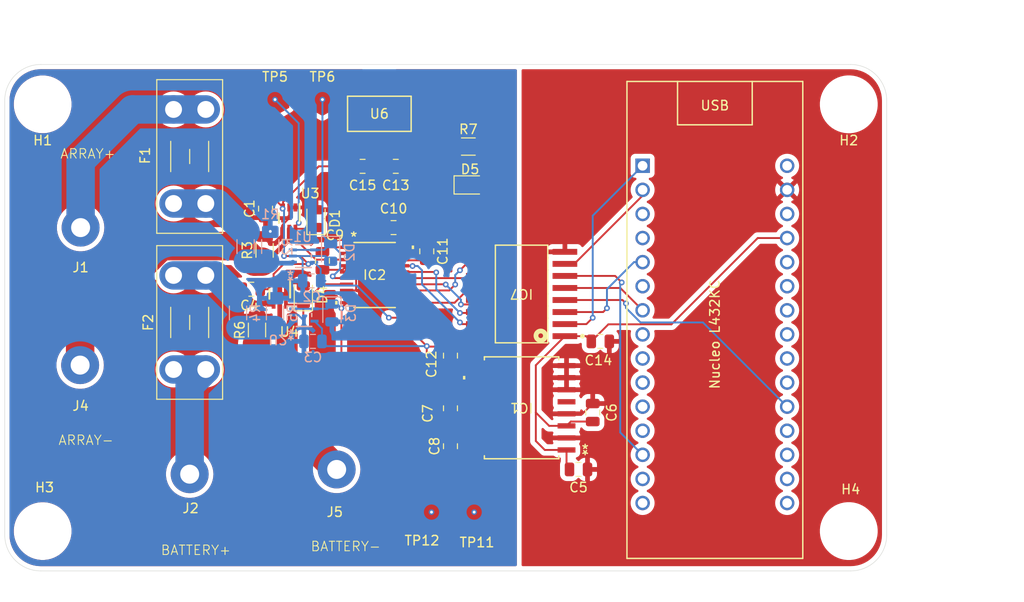
<source format=kicad_pcb>
(kicad_pcb (version 20240108) (generator "pcbnew") (generator_version "8.0")
  (layers (0 "F.Cu" signal) (31 "B.Cu" signal) (34 "B.Paste" user) (35 "F.Paste" user) (36 "B.SilkS" user "B.Silkscreen") (37 "F.SilkS" user "F.Silkscreen") (38 "B.Mask" user) (39 "F.Mask" user) (44 "Edge.Cuts" user))
  (net 0 "")
  (net 1 "GND")
  (net 2 "+5V")
  (net 3 "GND_I")
  (net 4 "+5V_I")
  (net 5 "+3.3V")
  (net 6 "Net-(IC2-CAP)")
  (net 7 "/ARRAY_CURRENT+")
  (net 8 "/ARRAY_VOLTAGE+")
  (net 9 "/BATTERY_VOLTAGE+")
  (net 10 "/BATTERY_CURRENT+")
  (net 12 "/DRDY")
  (net 13 "/MOSI")
  (net 14 "/SYNC{slash}RESET")
  (net 15 "/MISO")
  (net 16 "/SPI_CLOCK")
  (net 17 "/ADC_DRIVER_CLK")
  (net 18 "/SYNC{slash}RESET_I")
  (net 19 "/DRDY_I")
  (net 20 "/MOSI_I")
  (net 21 "/SPI_CLOCK_I")
  (net 22 "/MISO_I")
  (net 23 "/ADC_DRIVER_CLK_I")
  (net 24 "/ARR+")
  (net 25 "/BATTERY+")
  (net 26 "/ARR-")
  (net 27 "/BATTERY-")
  (net 28 "Net-(U1-IN+)")
  (net 29 "Net-(U2-IN+)")
  (net 52 "Net-(D5-A)")
  (net 53 "/ARR+_IN")
  (net 54 "/BATT+_IN")
  (footprint "UTSVT_Connectors:Banana_Jack_1_Pin_4mm" (layer "F.Cu") (at 181 95.5)
    (property "Reference" "J5")
    (property "Value" "Conn_01x01_Pin")
  )
  (footprint "Capacitor_SMD:C_0805_2012Metric" (layer "F.Cu") (at 173.5 68 90)
    (property "Reference" "C1")
    (property "Value" "100nF")
  )
  (footprint "Capacitor_SMD:C_0805_2012Metric" (layer "F.Cu") (at 179.5 73.5 -90)
    (property "Reference" "C9")
    (property "Value" "1u")
  )
  (footprint "Resistor_SMD:R_1206_3216Metric" (layer "F.Cu") (at 172.6 80.8 90)
    (property "Reference" "R6")
    (property "Value" "2m")
  )
  (footprint "LM3940:MP04A" (layer "F.Cu") (at 185.5 58)
    (property "Reference" "U6")
    (property "Value" "LM3940IMP-3.3")
  )
  (footprint "ADS131M04-Q1:TSSOP20_PW_TEX" (layer "F.Cu") (at 185 75)
    (property "Reference" "IC2")
    (property "Value" "ADS131M04QPWRQ1")
  )
  (footprint "INA210:DCK0006A_N" (layer "F.Cu") (at 176 69 -90)
    (property "Reference" "U3")
    (property "Value" "INA210AIDCKR")
  )
  (footprint "UTSVT_Mechanical:MountingHole_4-40_PanHead" (layer "F.Cu") (at 150 57)
    (property "Reference" "H1")
    (property "Value" "MountingHole" (hide yes))
  )
  (footprint "UTSVT_Connectors:Banana_Jack_1_Pin_4mm" (layer "F.Cu") (at 153.95 84.5)
    (property "Reference" "J4")
    (property "Value" "Conn_01x01_Pin")
  )
  (footprint "Fuse:Fuseholder_Blade_Mini_Keystone_3568" (layer "F.Cu") (at 163.8 84.96 90)
    (property "Reference" "F2")
    (property "Value" "Fuse")
  )
  (footprint "Fuse:Fuseholder_Blade_Mini_Keystone_3568" (layer "F.Cu") (at 167.2 57.54 -90)
    (property "Reference" "F1")
    (property "Value" "Fuse")
  )
  (footprint "UTSVT_Mechanical:MountingHole_4-40_PanHead" (layer "F.Cu") (at 150 102)
    (property "Reference" "H3")
    (property "Value" "MountingHole" (hide yes))
  )
  (footprint "UTSVT_Special:TestPoint_HEX_3mmID" (layer "F.Cu") (at 174.5 56.5)
    (property "Reference" "TP5")
    (property "Value" "ARRI_TP")
  )
  (footprint "LED_SMD:LED_0805_2012Metric" (layer "F.Cu") (at 195.0625 65.5)
    (property "Reference" "D5")
    (property "Value" "Power_LED")
  )
  (footprint "Capacitor_SMD:C_0805_2012Metric" (layer "F.Cu") (at 208 89.5 90)
    (property "Reference" "C6")
    (property "Value" "10u")
  )
  (footprint "UTSVT_Connectors:Banana_Jack_1_Pin_4mm" (layer "F.Cu") (at 154 70)
    (property "Reference" "J1")
    (property "Value" "Conn_01x01_Pin")
  )
  (footprint "Capacitor_SMD:C_0805_2012Metric" (layer "F.Cu") (at 193 83.5 -90)
    (property "Reference" "C12")
    (property "Value" "0.1u")
  )
  (footprint "Capacitor_SMD:C_0805_2012Metric" (layer "F.Cu") (at 193 93.05 90)
    (property "Reference" "C8")
    (property "Value" "0.1u")
  )
  (footprint "UTSVT_Special:TestPoint_HEX_3mmID" (layer "F.Cu") (at 195.5 100)
    (property "Reference" "TP11")
    (property "Value" "BATTV_TP")
  )
  (footprint "UCC12040DVE:SO_0DVER_TEX" (layer "F.Cu") (at 200.5 89 180)
    (property "Reference" "IC1")
    (property "Value" "UCC12040DVE")
  )
  (footprint "Capacitor_SMD:C_0805_2012Metric" (layer "F.Cu") (at 183.7345 63.5389)
    (property "Reference" "C15")
    (property "Value" "0.47u")
  )
  (footprint "Capacitor_SMD:C_0805_2012Metric" (layer "F.Cu") (at 193 89.05 -90)
    (property "Reference" "C7")
    (property "Value" "10u")
  )
  (footprint "UTSVT_Special:TestPoint_HEX_3mmID" (layer "F.Cu") (at 179.5 56.5)
    (property "Reference" "TP6")
    (property "Value" "ARRV_TP")
  )
  (footprint "Resistor_SMD:R_1206_3216Metric_Pad1.30x1.75mm_HandSolder" (layer "F.Cu") (at 194.885 61.455)
    (property "Reference" "R7")
    (property "Value" "3k")
  )
  (footprint "Capacitor_SMD:C_0805_2012Metric" (layer "F.Cu") (at 187.2345 63.5389 180)
    (property "Reference" "C13")
    (property "Value" "33u")
  )
  (footprint "Capacitor_SMD:C_0805_2012Metric" (layer "F.Cu") (at 187 70 180)
    (property "Reference" "C10")
    (property "Value" "1u")
  )
  (footprint "INA210:DCK0006A_N" (layer "F.Cu") (at 175 77 -90)
    (property "Reference" "U4")
    (property "Value" "INA210AIDCKR")
  )
  (footprint "UTSVT_Connectors:Banana_Jack_1_Pin_4mm" (layer "F.Cu") (at 165.5 96)
    (property "Reference" "J2")
    (property "Value" "Conn_01x01_Pin")
  )
  (footprint "Capacitor_SMD:C_0805_2012Metric" (layer "F.Cu") (at 206.5 95.5 180)
    (property "Reference" "C5")
    (property "Value" "0.1u")
  )
  (footprint "Diode_SMD:D_0805_2012Metric" (layer "F.Cu") (at 178.820002 69.054999 90)
    (property "Reference" "D1")
    (property "Value" "3.3V Zener")
  )
  (footprint "Capacitor_SMD:C_0805_2012Metric" (layer "F.Cu") (at 208.8 82)
    (property "Reference" "C14")
    (property "Value" "0.1u")
  )
  (footprint "UTSVT_Special:NucleoL432KC" (layer "F.Cu") (at 220.88 81.26 -90)
    (property "Reference" "U5" (hide yes))
    (property "Value" "Nucleo_L432KC")
  )
  (footprint "UTSVT_Mechanical:MountingHole_4-40_PanHead" (layer "F.Cu") (at 235 57)
    (property "Reference" "H2")
    (property "Value" "MountingHole" (hide yes))
  )
  (footprint "Capacitor_SMD:C_0805_2012Metric" (layer "F.Cu") (at 172 76.5)
    (property "Reference" "C4")
    (property "Value" "100nF")
  )
  (footprint "ISO7762:DW0016B-IPC_A" (layer "F.Cu") (at 200.5 77 180)
    (property "Reference" "IC7")
    (property "Value" "ISO7762FDWR")
  )
  (footprint "Diode_SMD:D_0805_2012Metric" (layer "F.Cu") (at 177.485004 77.082499 90)
    (property "Reference" "D4")
    (property "Value" "3.3V Zener")
  )
  (footprint "Resistor_SMD:R_1206_3216Metric" (layer "F.Cu") (at 173.4 72.4 90)
    (property "Reference" "R3")
    (property "Value" "2m")
  )
  (footprint "UTSVT_Special:TestPoint_HEX_3mmID" (layer "F.Cu") (at 191 100)
    (property "Reference" "TP12")
    (property "Value" "BATTI_TP")
  )
  (footprint "UTSVT_Mechanical:MountingHole_4-40_PanHead" (layer "F.Cu") (at 235 102)
    (property "Reference" "H4")
    (property "Value" "MountingHole" (hide yes))
  )
  (footprint "Capacitor_SMD:C_0805_2012Metric" (layer "F.Cu") (at 190.5 72.5 -90)
    (property "Reference" "C11")
    (property "Value" "220n")
  )
  (footprint "Resistor_SMD:R_1206_3216Metric_Pad1.30x1.75mm_HandSolder" (layer "B.Cu") (at 170.6 79 90)
    (property "Reference" "R4")
    (property "Value" "100k")
  )
  (footprint "OPA990:SC_90IDCKR_TEX" (layer "B.Cu") (at 177.5484 79.2149)
    (property "Reference" "U2")
    (property "Value" "OPA990IDCKR")
  )
  (footprint "Resistor_SMD:R_1206_3216Metric_Pad1.30x1.75mm_HandSolder" (layer "B.Cu") (at 171.4 72 90)
    (property "Reference" "R1")
    (property "Value" "100k")
  )
  (footprint "Capacitor_SMD:C_0805_2012Metric" (layer "B.Cu") (at 178.3641 75.6117)
    (property "Reference" "C2")
    (property "Value" "100nF")
  )
  (footprint "Capacitor_SMD:C_0805_2012Metric" (layer "B.Cu") (at 178.5 82)
    (property "Reference" "C3")
    (property "Value" "100nF")
  )
  (footprint "OPA990:SC_90IDCKR_TEX" (layer "B.Cu") (at 177.5 73)
    (property "Reference" "U1")
    (property "Value" "OPA990IDCKR")
  )
  (footprint "Diode_SMD:D_0805_2012Metric" (layer "B.Cu") (at 180.3641 72.6117 -90)
    (property "Reference" "D2")
    (property "Value" "3V3")
  )
  (footprint "Resistor_SMD:R_1206_3216Metric_Pad1.30x1.75mm_HandSolder" (layer "B.Cu") (at 174 72 90)
    (property "Reference" "R2")
    (property "Value" "3k")
  )
  (footprint "Diode_SMD:D_0805_2012Metric" (layer "B.Cu") (at 180.5 79 -90)
    (property "Reference" "D3")
    (property "Value" "3V3")
  )
  (footprint "Resistor_SMD:R_1206_3216Metric_Pad1.30x1.75mm_HandSolder" (layer "B.Cu") (at 174.5 79 90)
    (property "Reference" "R5")
    (property "Value" "2k")
  )
  (gr_line (start 146 102.4) (end 146 56.6) (stroke (width 0.05)) (layer "Edge.Cuts"))
  (gr_arc (start 149.8 106.2) (mid 147.112994 105.087006) (end 146 102.4) (stroke (width 0.05)) (layer "Edge.Cuts"))
  (gr_line (start 239 56.6) (end 239 102.4) (stroke (width 0.05)) (layer "Edge.Cuts"))
  (gr_arc (start 146 56.6) (mid 147.112994 53.912994) (end 149.8 52.8) (stroke (width 0.05)) (layer "Edge.Cuts"))
  (gr_line (start 149.8 52.8) (end 235.2 52.8) (stroke (width 0.05)) (layer "Edge.Cuts"))
  (gr_arc (start 235.2 52.8) (mid 237.887006 53.912994) (end 239 56.6) (stroke (width 0.05)) (layer "Edge.Cuts"))
  (gr_arc (start 239 102.4) (mid 237.887006 105.087006) (end 235.2 106.2) (stroke (width 0.05)) (layer "Edge.Cuts"))
  (gr_line (start 235.2 106.2) (end 149.8 106.2) (stroke (width 0.05)) (layer "Edge.Cuts"))
  (gr_text "ARRAY+\n" (at 151.8 62.8 0) (layer "F.SilkS") (effects (font (size 1 1) (thickness 0.1)) (justify left bottom)))
  (gr_text "ARRAY-\n" (at 151.6 93 0) (layer "F.SilkS") (effects (font (size 1 1) (thickness 0.1)) (justify left bottom)))
  (gr_text "BATTERY+\n" (at 162.4 104.6 0) (layer "F.SilkS") (effects (font (size 1 1) (thickness 0.1)) (justify left bottom)))
  (gr_text "BATTERY-\n" (at 178.2 104.2 0) (layer "F.SilkS") (effects (font (size 1 1) (thickness 0.1)) (justify left bottom)))
  (segment (start 174 71.675) (end 174 71.5375) (width 0.5) (layer "F.Cu") (net 1))
  (segment (start 182.04725 74.674999) (end 182.9521 74.674999) (width 0.2) (layer "F.Cu") (net 1))
  (segment (start 183.0521 74.774999) (end 183.0521 76.524998) (width 0.2) (layer "F.Cu") (net 1))
  (segment (start 182.04725 74.025001) (end 184.5 74.025001) (width 0.2) (layer "F.Cu") (net 1))
  (segment (start 182.9521 76.624998) (end 182.04725 76.624998) (width 0.2) (layer "F.Cu") (net 1))
  (segment (start 175.350001 70.125002) (end 175.350001 69.649999) (width 0.2) (layer "F.Cu") (net 1))
  (segment (start 184.5 74.025001) (end 185.820101 74.025001) (width 0.2) (layer "F.Cu") (net 1))
  (segment (start 187.120101 72.725001) (end 187.95275 72.725001) (width 0.2) (layer "F.Cu") (net 1))
  (segment (start 173.9375 70.4) (end 173.4 70.9375) (width 0.5) (layer "F.Cu") (net 1))
  (segment (start 183.0521 76.524998) (end 183.802104 77.275002) (width 0.2) (layer "F.Cu") (net 1))
  (segment (start 185.5 62.7544) (end 186.2845 63.5389) (width 0.5) (layer "F.Cu") (net 1))
  (segment (start 174 71.5375) (end 173.4 70.9375) (width 0.5) (layer "F.Cu") (net 1))
  (segment (start 175.350001 69.649999) (end 176 69) (width 0.2) (layer "F.Cu") (net 1))
  (segment (start 177.215006 75.875001) (end 177.485004 76.144999) (width 0.2) (layer "F.Cu") (net 1))
  (segment (start 193.105 84.555) (end 193 84.45) (width 0.2) (layer "F.Cu") (net 1))
  (segment (start 175 76.800001) (end 175 75.875001) (width 0.5) (layer "F.Cu") (net 1))
  (segment (start 174.25 77.550001) (end 175 76.800001) (width 0.5) (layer "F.Cu") (net 1))
  (segment (start 175.650001 75.875001) (end 177.215006 75.875001) (width 0.2) (layer "F.Cu") (net 1))
  (segment (start 175.3 70.9) (end 175.3 70.075001) (width 0.5) (layer "F.Cu") (net 1))
  (segment (start 179.5 74.45) (end 181.622251 74.45) (width 0.2) (layer "F.Cu") (net 1))
  (segment (start 182.9521 74.674999) (end 183.0521 74.774999) (width 0.2) (layer "F.Cu") (net 1))
  (segment (start 185.5 61.2004) (end 185.5 62.7234) (width 0.5) (layer "F.Cu") (net 1))
  (segment (start 183.802104 77.275002) (end 187.95275 77.275002) (width 0.2) (layer "F.Cu") (net 1))
  (segment (start 193.265 88.365) (end 193 88.1) (width 0.5) (layer "F.Cu") (net 1))
  (segment (start 195.7629 84.555) (end 193.105 84.555) (width 0.2) (layer "F.Cu") (net 1))
  (segment (start 185.5 62.7234) (end 184.6845 63.5389) (width 0.5) (layer "F.Cu") (net 1))
  (segment (start 174 71.675) (end 174.525 71.675) (width 0.5) (layer "F.Cu") (net 1))
  (segment (start 174.25 78.125002) (end 174.25 77.550001) (width 0.5) (layer "F.Cu") (net 1))
  (segment (start 185.5 62.7234) (end 185.5 62.7544) (width 0.5) (layer "F.Cu") (net 1))
  (segment (start 195.7629 88.365) (end 193.265 88.365) (width 0.5) (layer "F.Cu") (net 1))
  (segment (start 185.820101 74.025001) (end 187.120101 72.725001) (width 0.2) (layer "F.Cu") (net 1))
  (segment (start 176 69) (end 176 67.875001) (width 0.2) (layer "F.Cu") (net 1))
  (segment (start 181.622251 74.45) (end 182.04725 74.025001) (width 0.2) (layer "F.Cu") (net 1))
  (segment (start 182.04725 72.725001) (end 183.2 72.725001) (width 0.2) (layer "F.Cu") (net 1))
  (segment (start 183.2 72.725001) (end 184.5 74.025001) (width 0.2) (layer "F.Cu") (net 1))
  (segment (start 174.525 71.675) (end 175.3 70.9) (width 0.5) (layer "F.Cu") (net 1))
  (segment (start 174.350001 78.125002) (end 174.25 78.125002) (width 0.2) (layer "F.Cu") (net 1))
  (segment (start 183.0521 76.524998) (end 182.9521 76.624998) (width 0.2) (layer "F.Cu") (net 1))
  (segment (start 174 70.4) (end 173.9375 70.4) (width 0.5) (layer "F.Cu") (net 1))
  (via (at 174 70.4) (size 0.6) (drill 0.3) (layers "F.Cu" "B.Cu") (net 1))
  (segment (start 177.4141 73.4126) (end 177.4141 75.6117) (width 0.2) (layer "B.Cu") (net 1))
  (segment (start 179.8149 73) (end 176.37605 73) (width 0.2) (layer "B.Cu") (net 1))
  (segment (start 180.3641 73.5492) (end 179.8149 73) (width 0.2) (layer "B.Cu") (net 1))
  (segment (start 177.55 79.812586) (end 177.55 82) (width 0.2) (layer "B.Cu") (net 1))
  (segment (start 177.0015 73) (end 177.4141 73.4126) (width 0.2) (layer "B.Cu") (net 1))
  (segment (start 176.37605 73) (end 177.0015 73) (width 0.2) (layer "B.Cu") (net 1))
  (segment (start 174 70.45) (end 174 70.4) (width 0.5) (layer "B.Cu") (net 1))
  (segment (start 176.42445 79.2149) (end 176.952314 79.2149) (width 0.2) (layer "B.Cu") (net 1))
  (segment (start 176.952314 79.2149) (end 177.55 79.812586) (width 0.2) (layer "B.Cu") (net 1))
  (segment (start 173.725002 76.5) (end 174.350001 75.875001) (width 0.2) (layer "F.Cu") (net 2))
  (segment (start 178.0141 73.840521) (end 177.173579 73) (width 0.2) (layer "F.Cu") (net 2))
  (segment (start 196.4233 89.635) (end 195.7629 89.635) (width 0.2) (layer "F.Cu") (net 2))
  (segment (start 174.525 67.05) (end 175.350001 67.875001) (width 0.2) (layer "F.Cu") (net 2))
  (segment (start 190.5 82.5) (end 190.55 82.55) (width 0.2) (layer "F.Cu") (net 2))
  (segment (start 194.829502 82.55) (end 195.934502 81.445) (width 0.2) (layer "F.Cu") (net 2))
  (segment (start 177.173579 73) (end 175.450598 73) (width 0.2) (layer "F.Cu") (net 2))
  (segment (start 175.120003 68.104999) (end 175.350001 67.875001) (width 0.2) (layer "F.Cu") (net 2))
  (segment (start 190.5 87.5) (end 190.5 82.5) (width 0.2) (layer "F.Cu") (net 2))
  (segment (start 175.350001 67.300001) (end 179.111102 63.5389) (width 0.2) (layer "F.Cu") (net 2))
  (segment (start 184.3001 60.1003) (end 191.9803 60.1003) (width 0.2) (layer "F.Cu") (net 2))
  (segment (start 179.111102 63.5389) (end 182.7845 63.5389) (width 0.2) (layer "F.Cu") (net 2))
  (segment (start 190.55 82.55) (end 193 82.55) (width 0.2) (layer "F.Cu") (net 2))
  (segment (start 186.5 79.5) (end 187.5 79.5) (width 0.2) (layer "F.Cu") (net 2))
  (segment (start 183.2 61.2004) (end 184.3001 60.1003) (width 0.2) (layer "F.Cu") (net 2))
  (segment (start 175.350001 67.875001) (end 175.350001 67.300001) (width 0.2) (layer "F.Cu") (net 2))
  (segment (start 194.195 90.905) (end 195.7629 90.905) (width 0.2) (layer "F.Cu") (net 2))
  (segment (start 172.742502 75.875001) (end 172.485004 76.132499) (width 0.2) (layer "F.Cu") (net 2))
  (segment (start 195.7629 89.635) (end 195.7629 90.905) (width 0.2) (layer "F.Cu") (net 2))
  (segment (start 172.95 76.5) (end 173.725002 76.5) (width 0.2) (layer "F.Cu") (net 2))
  (segment (start 193 92.1) (end 194.195 90.905) (width 0.2) (layer "F.Cu") (net 2))
  (segment (start 193 90) (end 190.5 87.5) (width 0.2) (layer "F.Cu") (net 2))
  (segment (start 193 90) (end 195.3979 90) (width 0.2) (layer "F.Cu") (net 2))
  (segment (start 191.9803 60.1003) (end 193.335 61.455) (width 0.2) (layer "F.Cu") (net 2))
  (segment (start 174.350001 75.875001) (end 174.350001 74.903035) (width 0.2) (layer "F.Cu") (net 2))
  (segment (start 195.3979 90) (end 195.7629 89.635) (width 0.2) (layer "F.Cu") (net 2))
  (segment (start 187.5 79.5) (end 190.55 82.55) (width 0.2) (layer "F.Cu") (net 2))
  (segment (start 193 82.55) (end 194.829502 82.55) (width 0.2) (layer "F.Cu") (net 2))
  (segment (start 183.2 63.1234) (end 182.7845 63.5389) (width 0.2) (layer "F.Cu") (net 2))
  (segment (start 175.412515 73.840521) (end 178.0141 73.840521) (width 0.2) (layer "F.Cu") (net 2))
  (segment (start 174.350001 74.903035) (end 175.412515 73.840521) (width 0.2) (layer "F.Cu") (net 2))
  (segment (start 173.5 67.05) (end 174.525 67.05) (width 0.2) (layer "F.Cu") (net 2))
  (segment (start 183.2 61.2004) (end 183.2 63.1234) (width 0.2) (layer "F.Cu") (net 2))
  (via (at 190.5 82.5) (size 0.6) (drill 0.3) (layers "F.Cu" "B.Cu") (net 2))
  (via (at 175.299999 68) (size 0.6) (drill 0.3) (layers "F.Cu" "B.Cu") (net 2))
  (via (at 175.450598 73) (size 0.6) (drill 0.3) (layers "F.Cu" "B.Cu") (net 2))
  (via (at 186.5 79.5) (size 0.6) (drill 0.3) (layers "F.Cu" "B.Cu") (net 2))
  (via (at 178.0141 73.840521) (size 0.6) (drill 0.3) (layers "F.Cu" "B.Cu") (net 2))
  (segment (start 175.450598 73) (end 175.450598 68.150599) (width 0.2) (layer "B.Cu") (net 2))
  (segment (start 179.45 82) (end 179.95 82.5) (width 0.2) (layer "B.Cu") (net 2))
  (segment (start 178.0141 73.840521) (end 178.433428 73.840521) (width 0.2) (layer "B.Cu") (net 2))
  (segment (start 179.3141 75.6117) (end 179.3141 74.340149) (width 0.2) (layer "B.Cu") (net 2))
  (segment (start 179.3141 75.6117) (end 179.8141 75.6117) (width 0.2) (layer "B.Cu") (net 2))
  (segment (start 179.814038 76.111638) (end 183.111638 76.111638) (width 0.2) (layer "B.Cu") (net 2))
  (segment (start 175.450598 68.150599) (end 175.299999 68) (width 0.2) (layer "B.Cu") (net 2))
  (segment (start 179.3141 74.340149) (end 178.62395 73.649999) (width 0.2) (layer "B.Cu") (net 2))
  (segment (start 179.45 82) (end 179.45 80.642549) (width 0.2) (layer "B.Cu") (net 2))
  (segment (start 178.433428 73.840521) (end 178.62395 73.649999) (width 0.2) (layer "B.Cu") (net 2))
  (segment (start 179.3141 75.6117) (end 179.814038 76.111638) (width 0.2) (layer "B.Cu") (net 2))
  (segment (start 183.111638 76.111638) (end 186.5 79.5) (width 0.2) (layer "B.Cu") (net 2))
  (segment (start 179.95 82.5) (end 190.5 82.5) (width 0.2) (layer "B.Cu") (net 2))
  (segment (start 179.45 80.642549) (end 178.67235 79.864899) (width 0.2) (layer "B.Cu") (net 2))
  (segment (start 205.2371 89.635) (end 206.915 89.635) (width 0.2) (layer "F.Cu") (net 3))
  (segment (start 206.915 89.635) (end 208 88.55) (width 0.2) (layer "F.Cu") (net 3))
  (segment (start 205.3621 92.05) (end 205.2371 92.175) (width 0.2) (layer "F.Cu") (net 3))
  (segment (start 204.075169 81.445) (end 205.065495 81.445) (width 0.2) (layer "F.Cu") (net 4))
  (segment (start 202 89.5) (end 202 92.5) (width 0.2) (layer "F.Cu") (net 4))
  (segment (start 202 84.510495) (end 205.065495 81.445) (width 0.2) (layer "F.Cu") (net 4))
  (segment (start 205.2371 90.905) (end 205.8975 90.905) (width 0.2) (layer "F.Cu") (net 4))
  (segment (start 228.5 71.1) (end 225.4 71.1) (width 0.2) (layer "F.Cu") (net 4))
  (segment (start 205.8975 93.445) (end 205.2371 93.445) (width 0.2) (layer "F.Cu") (net 4))
  (segment (start 207.85 82) (end 209.652 80.198) (width 0.2) (layer "F.Cu") (net 4))
  (segment (start 205.2371 95.1871) (end 205.55 95.5) (width 0.2) (layer "F.Cu") (net 4))
  (segment (start 205.6921 90.45) (end 205.2371 90.905) (width 0.2) (layer "F.Cu") (net 4))
  (segment (start 202 89.5) (end 202 84.510495) (width 0.2) (layer "F.Cu") (net 4))
  (segment (start 205.2371 93.445) (end 205.2371 95.1871) (width 0.2) (layer "F.Cu") (net 4))
  (segment (start 209.652 80.198) (end 216.302 80.198) (width 0.2) (layer "F.Cu") (net 4))
  (segment (start 207.295 81.445) (end 205.065495 81.445) (width 0.2) (layer "F.Cu") (net 4))
  (segment (start 207.85 82) (end 207.295 81.445) (width 0.2) (layer "F.Cu") (net 4))
  (segment (start 202 92.5) (end 202.945 93.445) (width 0.2) (layer "F.Cu") (net 4))
  (segment (start 208 90.45) (end 205.6921 90.45) (width 0.2) (layer "F.Cu") (net 4))
  (segment (start 202.945 93.445) (end 205.2371 93.445) (width 0.2) (layer "F.Cu") (net 4))
  (segment (start 203.405 90.905) (end 205.2371 90.905) (width 0.2) (layer "F.Cu") (net 4))
  (segment (start 202 89.5) (end 203.405 90.905) (width 0.2) (layer "F.Cu") (net 4))
  (segment (start 216.302 80.198) (end 225.4 71.1) (width 0.2) (layer "F.Cu") (net 4))
  (segment (start 188.1845 69.7655) (end 187.95 70) (width 0.2) (layer "F.Cu") (net 5))
  (segment (start 179.975 72.075) (end 182.04725 72.075) (width 0.2) (layer "F.Cu") (net 5))
  (segment (start 182.04725 72.075) (end 187.952748 72.075) (width 0.2) (layer "F.Cu") (net 5))
  (segment (start 179.5 72.55) (end 179.975 72.075) (width 0.2) (layer "F.Cu") (net 5))
  (segment (start 187.95 72.072252) (end 187.95275 72.075002) (width 0.2) (layer "F.Cu") (net 5))
  (segment (start 187.95 70) (end 187.95 72.072252) (width 0.2) (layer "F.Cu") (net 5))
  (segment (start 188.1845 63.5389) (end 188.1845 69.7655) (width 0.2) (layer "F.Cu") (net 5))
  (segment (start 187.8 63.1544) (end 188.1845 63.5389) (width 0.2) (layer "F.Cu") (net 5))
  (segment (start 187.952748 72.075) (end 187.95275 72.075002) (width 0.2) (layer "F.Cu") (net 5))
  (segment (start 187.8 61.2004) (end 187.8 63.1544) (width 0.2) (layer "F.Cu") (net 5))
  (segment (start 188.027748 73.45) (end 187.95275 73.375002) (width 0.2) (layer "F.Cu") (net 6))
  (segment (start 190.5 73.45) (end 188.027748 73.45) (width 0.2) (layer "F.Cu") (net 6))
  (segment (start 176.650001 69.849999) (end 177 69.5) (width 0.2) (layer "F.Cu") (net 7))
  (segment (start 176.650001 70.125002) (end 176.650001 69.849999) (width 0.2) (layer "F.Cu") (net 7))
  (segment (start 178.687499 70.125002) (end 178.820002 69.992499) (width 0.2) (layer "F.Cu") (net 7))
  (segment (start 182.04725 73.374999) (end 178.815255 73.374999) (width 0.2) (layer "F.Cu") (net 7))
  (segment (start 178.815255 73.374999) (end 176.650001 71.209745) (width 0.2) (layer "F.Cu") (net 7))
  (segment (start 176.650001 71.209745) (end 176.650001 70.125002) (width 0.2) (layer "F.Cu") (net 7))
  (segment (start 176.650001 70.125002) (end 178.687499 70.125002) (width 0.2) (layer "F.Cu") (net 7))
  (via (at 174.5 56.5) (size 0.6) (drill 0.3) (layers "F.Cu" "B.Cu") (net 7))
  (via (at 177 69.5) (size 0.6) (drill 0.3) (layers "F.Cu" "B.Cu") (net 7))
  (segment (start 177 69.5) (end 177 59) (width 0.2) (layer "B.Cu") (net 7))
  (segment (start 177 59) (end 174.5 56.5) (width 0.2) (layer "B.Cu") (net 7))
  (segment (start 180.770489 75.324998) (end 182.04725 75.324998) (width 0.2) (layer "F.Cu") (net 8))
  (segment (start 180.584009 75.138518) (end 180.770489 75.324998) (width 0.2) (layer "F.Cu") (net 8))
  (via (at 180.584009 75.138518) (size 0.6) (drill 0.3) (layers "F.Cu" "B.Cu") (net 8))
  (via (at 179.5 56.5) (size 0.6) (drill 0.3) (layers "F.Cu" "B.Cu") (net 8))
  (segment (start 179.688299 72.350001) (end 180.3641 71.6742) (width 0.2) (layer "B.Cu") (net 8))
  (segment (start 178.62395 72.350001) (end 179.688299 72.350001) (width 0.2) (layer "B.Cu") (net 8))
  (segment (start 178.623937 72.350014) (end 178.62395 72.350001) (width 0.2) (layer "B.Cu") (net 8))
  (segment (start 180.3641 71.6742) (end 181.3641 72.6742) (width 0.2) (layer "B.Cu") (net 8))
  (segment (start 181.3641 74.358427) (end 180.584009 75.138518) (width 0.2) (layer "B.Cu") (net 8))
  (segment (start 180.3641 71.6742) (end 179.5 70.8101) (width 0.2) (layer "B.Cu") (net 8))
  (segment (start 181.3641 72.6742) (end 181.3641 74.358427) (width 0.2) (layer "B.Cu") (net 8))
  (segment (start 179.5 70.8101) (end 179.5 56.5) (width 0.2) (layer "B.Cu") (net 8))
  (segment (start 176.37605 72.350014) (end 178.623937 72.350014) (width 0.2) (layer "B.Cu") (net 8))
  (segment (start 181.5 86) (end 181.5 78.5) (width 0.2) (layer "F.Cu") (net 9))
  (segment (start 181.5 78.472248) (end 182.04725 77.924998) (width 0.2) (layer "F.Cu") (net 9))
  (segment (start 195.5 100) (end 181.5 86) (width 0.2) (layer "F.Cu") (net 9))
  (segment (start 181.5 78.5) (end 181.5 78.472248) (width 0.2) (layer "F.Cu") (net 9))
  (via (at 181.5 78.5) (size 0.6) (drill 0.3) (layers "F.Cu" "B.Cu") (net 9))
  (via (at 195.5 100) (size 0.6) (drill 0.3) (layers "F.Cu" "B.Cu") (net 9))
  (segment (start 178.67235 78.564901) (end 176.424463 78.564901) (width 0.2) (layer "B.Cu") (net 9))
  (segment (start 178.67235 78.564901) (end 179.997599 78.564901) (width 0.2) (layer "B.Cu") (net 9))
  (segment (start 180.5 78.0625) (end 181.0625 78.0625) (width 0.2) (layer "B.Cu") (net 9))
  (segment (start 179.997599 78.564901) (end 180.5 78.0625) (width 0.2) (layer "B.Cu") (net 9))
  (segment (start 176.424463 78.564901) (end 176.42445 78.564914) (width 0.2) (layer "B.Cu") (net 9))
  (segment (start 181.0625 78.0625) (end 181.5 78.5) (width 0.2) (layer "B.Cu") (net 9))
  (segment (start 177.5 85) (end 177.485004 84.985004) (width 0.2) (layer "F.Cu") (net 10))
  (segment (start 191 100) (end 177.5 86.5) (width 0.2) (layer "F.Cu") (net 10))
  (segment (start 177.485004 78.019999) (end 179.530004 75.974999) (width 0.2) (layer "F.Cu") (net 10))
  (segment (start 177.5 86.5) (end 177.5 85) (width 0.2) (layer "F.Cu") (net 10))
  (segment (start 179.530004 75.974999) (end 182.04725 75.974999) (width 0.2) (layer "F.Cu") (net 10))
  (segment (start 175.650001 78.125002) (end 177.380001 78.125002) (width 0.2) (layer "F.Cu") (net 10))
  (segment (start 177.380001 78.125002) (end 177.485004 78.019999) (width 0.2) (layer "F.Cu") (net 10))
  (segment (start 177.485004 84.985004) (end 177.485004 78.019999) (width 0.2) (layer "F.Cu") (net 10))
  (via (at 191 100) (size 0.6) (drill 0.3) (layers "F.Cu" "B.Cu") (net 10))
  (segment (start 187.95275 76.625001) (end 192.874999 76.625001) (width 0.2) (layer "F.Cu") (net 12))
  (segment (start 192.874999 76.625001) (end 193.5 76) (width 0.2) (layer "F.Cu") (net 12))
  (segment (start 194 74.5) (end 194.675 73.825) (width 0.2) (layer "F.Cu") (net 12))
  (segment (start 194.675 73.825) (end 195.934502 73.825) (width 0.2) (layer "F.Cu") (net 12))
  (via (at 193.5 76) (size 0.6) (drill 0.3) (layers "F.Cu" "B.Cu") (net 12))
  (via (at 194 74.5) (size 0.6) (drill 0.3) (layers "F.Cu" "B.Cu") (net 12))
  (segment (start 193.5 75) (end 194 74.5) (width 0.2) (layer "B.Cu") (net 12))
  (segment (start 193.5 76) (end 193.5 75) (width 0.2) (layer "B.Cu") (net 12))
  (segment (start 187.95275 74.675002) (end 191.450001 74.675002) (width 0.2) (layer "F.Cu") (net 13))
  (segment (start 194 79) (end 195.839502 79) (width 0.2) (layer "F.Cu") (net 13))
  (segment (start 195.839502 79) (end 195.934502 78.905) (width 0.2) (layer "F.Cu") (net 13))
  (segment (start 191.450001 74.675002) (end 191.5 74.725001) (width 0.2) (layer "F.Cu") (net 13))
  (via (at 191.5 74.725001) (size 0.6) (drill 0.3) (layers "F.Cu" "B.Cu") (net 13))
  (via (at 194 79) (size 0.6) (drill 0.3) (layers "F.Cu" "B.Cu") (net 13))
  (segment (start 191.5 76.5) (end 194 79) (width 0.2) (layer "B.Cu") (net 13))
  (segment (start 191.5 74.725001) (end 191.5 76.5) (width 0.2) (layer "B.Cu") (net 13))
  (segment (start 187.95275 77.925) (end 193.432044 77.925) (width 0.2) (layer "F.Cu") (net 14))
  (segment (start 193.432044 77.925) (end 194.992044 76.365) (width 0.2) (layer "F.Cu") (net 14))
  (segment (start 194.992044 76.365) (end 195.934502 76.365) (width 0.2) (layer "F.Cu") (net 14))
  (segment (start 187.95275 75.325001) (end 195.704501 75.325001) (width 0.2) (layer "F.Cu") (net 15))
  (segment (start 195.704501 75.325001) (end 195.934502 75.095) (width 0.2) (layer "F.Cu") (net 15))
  (segment (start 195.466715 78.102787) (end 195.934502 77.635) (width 0.2) (layer "F.Cu") (net 16))
  (segment (start 194.102787 78.102787) (end 195.466715 78.102787) (width 0.2) (layer "F.Cu") (net 16))
  (segment (start 187.95275 75.975002) (end 192.475002 75.975002) (width 0.2) (layer "F.Cu") (net 16))
  (segment (start 192.475002 75.975002) (end 192.5 76) (width 0.2) (layer "F.Cu") (net 16))
  (via (at 192.5 76) (size 0.6) (drill 0.3) (layers "F.Cu" "B.Cu") (net 16))
  (via (at 194.102787 78.102787) (size 0.6) (drill 0.3) (layers "F.Cu" "B.Cu") (net 16))
  (segment (start 194.102787 77.602787) (end 194.102787 78.102787) (width 0.2) (layer "B.Cu") (net 16))
  (segment (start 192.5 76) (end 194.102787 77.602787) (width 0.2) (layer "B.Cu") (net 16))
  (segment (start 194.175 80.175) (end 195.934502 80.175) (width 0.2) (layer "F.Cu") (net 17))
  (segment (start 188.975001 74.025001) (end 189 74.05) (width 0.2) (layer "F.Cu") (net 17))
  (segment (start 194 80) (end 194.175 80.175) (width 0.2) (layer "F.Cu") (net 17))
  (segment (start 187.95275 74.025001) (end 188.975001 74.025001) (width 0.2) (layer "F.Cu") (net 17))
  (via (at 189 74.05) (size 0.6) (drill 0.3) (layers "F.Cu" "B.Cu") (net 17))
  (via (at 194 80) (size 0.6) (drill 0.3) (layers "F.Cu" "B.Cu") (net 17))
  (segment (start 190 76) (end 194 80) (width 0.2) (layer "B.Cu") (net 17))
  (segment (start 190 74.5) (end 190 76) (width 0.2) (layer "B.Cu") (net 17))
  (segment (start 189 74.05) (end 189.55 74.05) (width 0.2) (layer "B.Cu") (net 17))
  (segment (start 189.55 74.05) (end 190 74.5) (width 0.2) (layer "B.Cu") (net 17))
  (segment (start 205.065495 76.365) (end 210.905 76.365) (width 0.2) (layer "F.Cu") (net 18))
  (segment (start 210.905 76.365) (end 213.26 78.72) (width 0.2) (layer "F.Cu") (net 18))
  (segment (start 205.065495 73.825) (end 206.055821 73.825) (width 0.2) (layer "F.Cu") (net 19))
  (segment (start 206.055821 73.825) (end 213.26 66.620821) (width 0.2) (layer "F.Cu") (net 19))
  (segment (start 213.26 66.620821) (end 213.26 66.02) (width 0.2) (layer "F.Cu") (net 19))
  (segment (start 209.095 78.905) (end 209.5 78.5) (width 0.2) (layer "F.Cu") (net 20))
  (segment (start 205.065495 78.905) (end 209.095 78.905) (width 0.2) (layer "F.Cu") (net 20))
  (via (at 209.5 78.5) (size 0.6) (drill 0.3) (layers "F.Cu" "B.Cu") (net 20))
  (segment (start 209.5 78.5) (end 209.5 76.491945) (width 0.2) (layer "B.Cu") (net 20))
  (segment (start 209.5 76.491945) (end 212.351945 73.64) (width 0.2) (layer "B.Cu") (net 20))
  (segment (start 212.351945 73.64) (end 213.26 73.64) (width 0.2) (layer "B.Cu") (net 20))
  (segment (start 205.065495 77.635) (end 211.135 77.635) (width 0.2) (layer "F.Cu") (net 21))
  (segment (start 211.135 77.635) (end 211.5 78) (width 0.2) (layer "F.Cu") (net 21))
  (via (at 211.5 78) (size 0.6) (drill 0.3) (layers "F.Cu" "B.Cu") (net 21))
  (segment (start 213.038105 80) (end 219.62 80) (width 0.2) (layer "B.Cu") (net 21))
  (segment (start 211.5 78) (end 211.5 78.461895) (width 0.2) (layer "B.Cu") (net 21))
  (segment (start 219.62 80) (end 228.5 88.88) (width 0.2) (layer "B.Cu") (net 21))
  (segment (start 211.5 78.461895) (end 213.038105 80) (width 0.2) (layer "B.Cu") (net 21))
  (segment (start 205.065495 75.095) (end 210.366784 75.095) (width 0.2) (layer "F.Cu") (net 22))
  (segment (start 210.366784 75.095) (end 211.056129 75.784345) (width 0.2) (layer "F.Cu") (net 22))
  (via (at 211.056129 75.784345) (size 0.6) (drill 0.3) (layers "F.Cu" "B.Cu") (net 22))
  (segment (start 211.056129 75.784345) (end 210.9 75.940474) (width 0.2) (layer "B.Cu") (net 22))
  (segment (start 210.9 91.6) (end 213.26 93.96) (width 0.2) (layer "B.Cu") (net 22))
  (segment (start 210.9 75.940474) (end 210.9 91.6) (width 0.2) (layer "B.Cu") (net 22))
  (segment (start 205.065495 80.175) (end 207.33 80.175) (width 0.2) (layer "F.Cu") (net 23))
  (segment (start 207.33 80.175) (end 208 79.505) (width 0.2) (layer "F.Cu") (net 23))
  (via (at 208 79.505) (size 0.6) (drill 0.3) (layers "F.Cu" "B.Cu") (net 23))
  (segment (start 208 79.505) (end 208 68.74) (width 0.2) (layer "B.Cu") (net 23))
  (segment (start 208 68.74) (end 213.26 63.48) (width 0.2) (layer "B.Cu") (net 23))
  (segment (start 154 63) (end 159.46 57.54) (width 3) (layer "B.Cu") (net 24))
  (segment (start 159.46 57.54) (end 163.8 57.54) (width 3) (layer "B.Cu") (net 24))
  (segment (start 163.8 57.54) (end 167.2 57.54) (width 3) (layer "B.Cu") (net 24))
  (segment (start 154 70) (end 154 63) (width 3) (layer "B.Cu") (net 24))
  (segment (start 163.8 84.96) (end 167.2 84.96) (width 3) (layer "B.Cu") (net 25))
  (segment (start 165.5 86.66) (end 167.2 84.96) (width 3) (layer "B.Cu") (net 25))
  (segment (start 165.5 96) (end 165.5 86.66) (width 3) (layer "B.Cu") (net 25))
  (segment (start 176 71.325) (end 176 70.125002) (width 0.5) (layer "F.Cu") (net 26))
  (segment (start 172.345332 73.584976) (end 173.122476 73.584976) (width 3) (layer "F.Cu") (net 26))
  (segment (start 176 71.325) (end 175.9375 71.325) (width 0.5) (layer "F.Cu") (net 26))
  (segment (start 162.52008 71.95) (end 153.95 80.52008) (width 3) (layer "F.Cu") (net 26))
  (segment (start 153.95 80.52008) (end 153.95 84.5) (width 3) (layer "F.Cu") (net 26))
  (segment (start 175.9375 71.325) (end 173.4 73.8625) (width 0.5) (layer "F.Cu") (net 26))
  (segment (start 170.710356 71.95) (end 172.345332 73.584976) (width 3) (layer "F.Cu") (net 26))
  (segment (start 162.52008 71.95) (end 170.710356 71.95) (width 3) (layer "F.Cu") (net 26))
  (segment (start 172.6 82.2625) (end 175 79.8625) (width 0.5) (layer "F.Cu") (net 27))
  (segment (start 175 79.8625) (end 175 78.125002) (width 0.5) (layer "F.Cu") (net 27))
  (segment (start 172.6 87.1) (end 172.6 82.2625) (width 3) (layer "F.Cu") (net 27))
  (segment (start 181 95.5) (end 172.6 87.1) (width 3) (layer "F.Cu") (net 27))
  (segment (start 174 73.55) (end 174.2 73.75) (width 0.5) (layer "B.Cu") (net 28))
  (segment (start 171.4 73.55) (end 173.700598 73.55) (width 2.5) (layer "B.Cu") (net 28))
  (segment (start 174.2 73.75) (end 176.276036 73.75) (width 0.5) (layer "B.Cu") (net 28))
  (segment (start 176.276036 73.75) (end 176.37605 73.649986) (width 0.5) (layer "B.Cu") (net 28))
  (segment (start 175.739336 80.55) (end 176.42445 79.864886) (width 0.5) (layer "B.Cu") (net 29))
  (segment (start 174.5 80.55) (end 175.739336 80.55) (width 0.5) (layer "B.Cu") (net 29))
  (segment (start 170.6 80.55) (end 174.5 80.55) (width 2.5) (layer "B.Cu") (net 29))
  (segment (start 196.435 65.065) (end 196 65.5) (width 0.2) (layer "F.Cu") (net 52))
  (segment (start 196.435 61.455) (end 196.435 65.065) (width 0.2) (layer "F.Cu") (net 52))
  (segment (start 195.7975 65.2975) (end 196 65.5) (width 0.2) (layer "F.Cu") (net 52))
  (segment (start 168.41 67.46) (end 171.4 70.45) (width 3) (layer "B.Cu") (net 53))
  (segment (start 167.2 67.46) (end 168.41 67.46) (width 3) (layer "B.Cu") (net 53))
  (segment (start 163.8 67.46) (end 167.2 67.46) (width 3) (layer "B.Cu") (net 53))
  (segment (start 167.2 75.04) (end 168.19 75.04) (width 3) (layer "B.Cu") (net 54))
  (segment (start 168.19 75.04) (end 170.6 77.45) (width 3) (layer "B.Cu") (net 54))
  (segment (start 163.8 75.04) (end 167.2 75.04) (width 3) (layer "B.Cu") (net 54))
  (zone (net 3) (net_name "GND_I") (layer "F.Cu") (priority 1) (connect_pads (clearance 0.5)) (min_thickness 0.25) (fill yes (thermal_gap 0.5) (thermal_bridge_width 0.5))
    (polygon (pts (xy 200.5 46) (xy 253.5 46.5) (xy 253.5 109.5) (xy 200.5 109)))
  )
  (zone (net 1) (net_name "GND") (layer "F.Cu") (connect_pads (clearance 0.5)) (min_thickness 0.25) (fill yes (thermal_gap 0.5) (thermal_bridge_width 0.5))
    (polygon (pts (xy 200.5 109) (xy 145.5 109) (xy 145.5 46) (xy 200.5 46)))
  )
  (zone (net 1) (net_name "GND") (layer "B.Cu") (priority 2) (connect_pads (clearance 0.5)) (min_thickness 0.25) (fill yes (thermal_gap 0.5) (thermal_bridge_width 0.5))
    (polygon (pts (xy 200 46) (xy 200 109) (xy 145.5 109) (xy 145.5 46)))
  )
)
</source>
